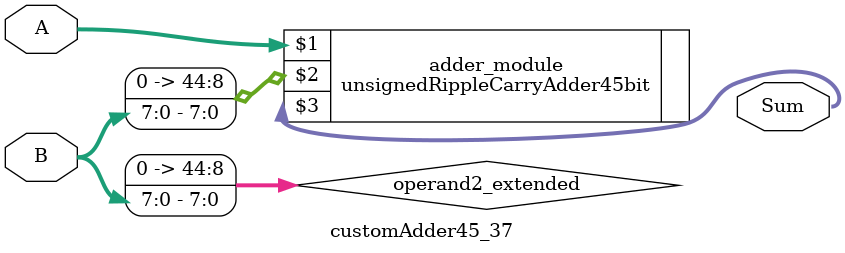
<source format=v>
module customAdder45_37(
                        input [44 : 0] A,
                        input [7 : 0] B,
                        
                        output [45 : 0] Sum
                );

        wire [44 : 0] operand2_extended;
        
        assign operand2_extended =  {37'b0, B};
        
        unsignedRippleCarryAdder45bit adder_module(
            A,
            operand2_extended,
            Sum
        );
        
        endmodule
        
</source>
